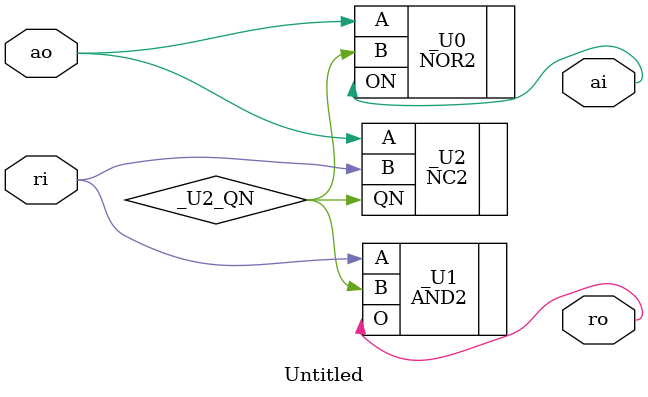
<source format=v>
module Untitled (ao, ri, ai, ro);
    input ao, ri;
    output ai, ro;

    NOR2 _U0 (.ON(ai), .A(ao), .B(_U2_QN));
    AND2 _U1 (.O(ro), .A(ri), .B(_U2_QN));
    NC2 _U2 (.QN(_U2_QN), .A(ao), .B(ri));

    // signal values at the initial state:
    // !ai !ro _U2_QN !ao !ri
endmodule

</source>
